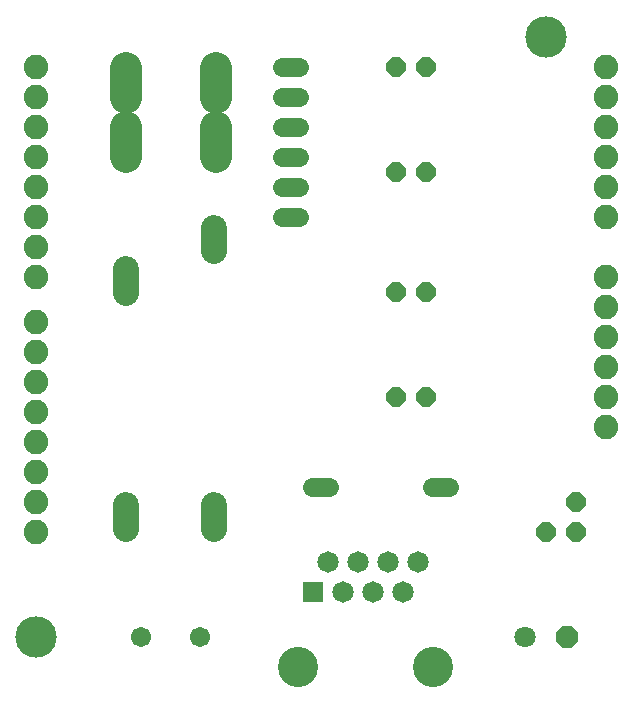
<source format=gbs>
G75*
G70*
%OFA0B0*%
%FSLAX24Y24*%
%IPPOS*%
%LPD*%
%AMOC8*
5,1,8,0,0,1.08239X$1,22.5*
%
%ADD10C,0.0820*%
%ADD11C,0.1380*%
%ADD12OC8,0.0640*%
%ADD13C,0.0640*%
%ADD14C,0.0674*%
%ADD15C,0.1340*%
%ADD16C,0.0714*%
%ADD17R,0.0714X0.0714*%
%ADD18C,0.0860*%
%ADD19OC8,0.0710*%
%ADD20C,0.0710*%
%ADD21C,0.1080*%
D10*
X001504Y008903D03*
X001504Y009903D03*
X001504Y010903D03*
X001504Y011903D03*
X001504Y012903D03*
X001504Y013903D03*
X001504Y014903D03*
X001504Y015903D03*
X001504Y017403D03*
X001504Y018403D03*
X001504Y019403D03*
X001504Y020403D03*
X001504Y021403D03*
X001504Y022403D03*
X001504Y023403D03*
X001504Y024403D03*
X020504Y024403D03*
X020504Y023403D03*
X020504Y022403D03*
X020504Y021403D03*
X020504Y020403D03*
X020504Y019403D03*
X020504Y017403D03*
X020504Y016403D03*
X020504Y015403D03*
X020504Y014403D03*
X020504Y013403D03*
X020504Y012403D03*
D11*
X001504Y005403D03*
X018504Y025403D03*
D12*
X014504Y024403D03*
X013504Y024403D03*
X013504Y020903D03*
X014504Y020903D03*
X014504Y016903D03*
X013504Y016903D03*
X013504Y013403D03*
X014504Y013403D03*
X018504Y008903D03*
X019504Y008903D03*
X019504Y009903D03*
D13*
X015284Y010403D02*
X014724Y010403D01*
X011284Y010403D02*
X010724Y010403D01*
X010284Y019403D02*
X009724Y019403D01*
X009724Y020403D02*
X010284Y020403D01*
X010284Y021403D02*
X009724Y021403D01*
X009724Y022403D02*
X010284Y022403D01*
X010284Y023403D02*
X009724Y023403D01*
X009724Y024403D02*
X010284Y024403D01*
D14*
X006988Y005403D03*
X005020Y005403D03*
D15*
X010254Y004403D03*
X014754Y004403D03*
D16*
X013754Y006903D03*
X014254Y007903D03*
X013254Y007903D03*
X012754Y006903D03*
X011754Y006903D03*
X012254Y007903D03*
X011254Y007903D03*
D17*
X010754Y006903D03*
D18*
X007454Y009013D02*
X007454Y009793D01*
X004504Y009793D02*
X004504Y009013D01*
X004504Y016883D02*
X004504Y017663D01*
X007454Y018263D02*
X007454Y019043D01*
D19*
X019204Y005403D03*
D20*
X017804Y005403D03*
D21*
X007504Y021418D02*
X007504Y022418D01*
X007504Y023387D02*
X007504Y024387D01*
X004504Y024387D02*
X004504Y023387D01*
X004504Y022418D02*
X004504Y021418D01*
M02*

</source>
